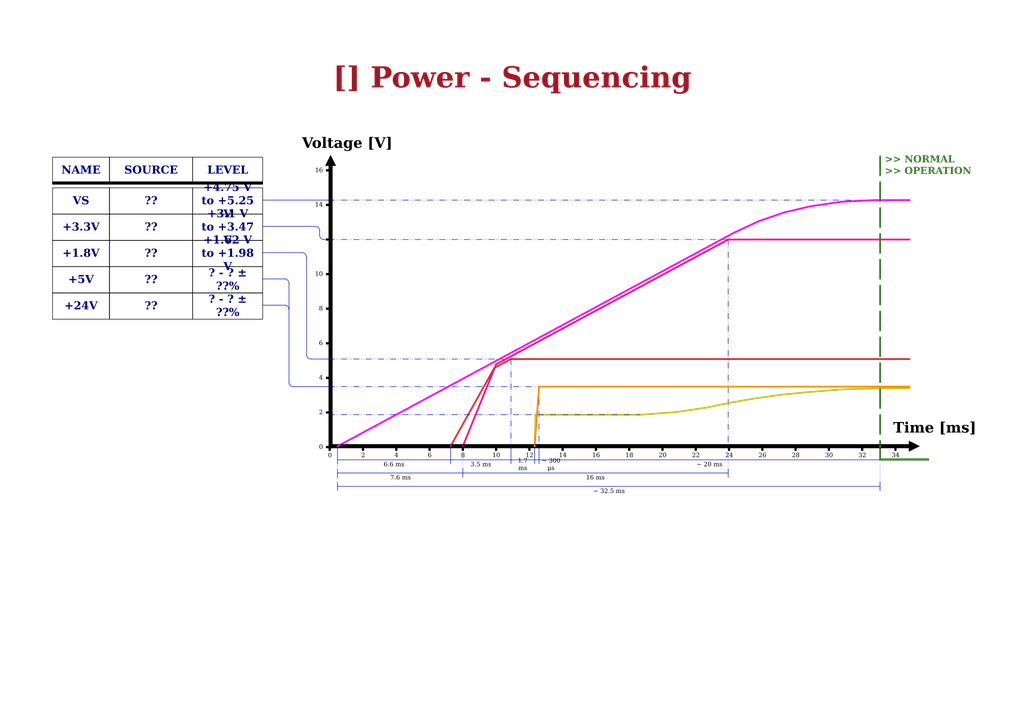
<source format=kicad_sch>
(kicad_sch
	(version 20250114)
	(generator "eeschema")
	(generator_version "9.0")
	(uuid "26e99a33-043b-499d-a26e-816ff79b487a")
	(paper "A4")
	(title_block
		(title "Power - Sequencing")
		(date "2025-01-12")
		(rev "${REVISION}")
		(company "${COMPANY}")
	)
	(lib_symbols)
	(rectangle
		(start 94.615 119.38)
		(end 96.139 119.888)
		(stroke
			(width 0)
			(type default)
			(color 0 0 0 1)
		)
		(fill
			(type color)
			(color 0 0 0 1)
		)
		(uuid 01c9fd1d-d2cd-474e-a2f2-7336d2eb5438)
	)
	(rectangle
		(start 114.681 129.159)
		(end 115.189 130.683)
		(stroke
			(width 0)
			(type default)
			(color 0 0 0 1)
		)
		(fill
			(type color)
			(color 0 0 0 1)
		)
		(uuid 085660ca-3a67-46bf-85b0-bb74abf891e3)
	)
	(rectangle
		(start 191.897 129.159)
		(end 192.405 130.683)
		(stroke
			(width 0)
			(type default)
			(color 0 0 0 1)
		)
		(fill
			(type color)
			(color 0 0 0 1)
		)
		(uuid 09774e91-f9d0-4db9-9e0f-815490f4898d)
	)
	(arc
		(start 82.55 80.897)
		(mid 83.4487 81.2689)
		(end 83.82 82.167)
		(stroke
			(width 0)
			(type default)
		)
		(fill
			(type none)
		)
		(uuid 0c0f9f41-f41f-4d24-90e5-831fa1470dea)
	)
	(rectangle
		(start 249.809 129.159)
		(end 250.317 130.683)
		(stroke
			(width 0)
			(type default)
			(color 0 0 0 1)
		)
		(fill
			(type color)
			(color 0 0 0 1)
		)
		(uuid 1c1e908e-05f8-44d9-8561-32d60503f5fa)
	)
	(rectangle
		(start 220.853 129.159)
		(end 221.361 130.683)
		(stroke
			(width 0)
			(type default)
			(color 0 0 0 1)
		)
		(fill
			(type color)
			(color 0 0 0 1)
		)
		(uuid 205e879f-c514-4b78-8bf1-d45ed4980894)
	)
	(rectangle
		(start 94.615 79.248)
		(end 96.139 79.756)
		(stroke
			(width 0)
			(type default)
			(color 0 0 0 1)
		)
		(fill
			(type color)
			(color 0 0 0 1)
		)
		(uuid 23111c0a-8311-4e0b-b6b5-bb05b9cd3eab)
	)
	(rectangle
		(start 201.549 129.159)
		(end 202.057 130.683)
		(stroke
			(width 0)
			(type default)
			(color 0 0 0 1)
		)
		(fill
			(type color)
			(color 0 0 0 1)
		)
		(uuid 3b7d974c-37a0-442f-9733-47c591f05f53)
	)
	(arc
		(start 91.44 65.659)
		(mid 92.338 66.031)
		(end 92.71 66.929)
		(stroke
			(width 0)
			(type default)
		)
		(fill
			(type none)
		)
		(uuid 3c5d6acd-d97b-4c05-80b5-9742f3e3b5f0)
	)
	(rectangle
		(start 95.377 129.159)
		(end 95.885 130.683)
		(stroke
			(width 0)
			(type default)
			(color 0 0 0 1)
		)
		(fill
			(type color)
			(color 0 0 0 1)
		)
		(uuid 3dd077b4-ca8f-47c2-bee1-2e3802083be7)
	)
	(rectangle
		(start 133.985 129.159)
		(end 134.493 130.683)
		(stroke
			(width 0)
			(type default)
			(color 0 0 0 1)
		)
		(fill
			(type color)
			(color 0 0 0 1)
		)
		(uuid 3e62ef00-0c8e-41fa-b2f3-08de867fa54f)
	)
	(rectangle
		(start 94.615 69.215)
		(end 96.139 69.723)
		(stroke
			(width 0)
			(type default)
			(color 0 0 0 1)
		)
		(fill
			(type color)
			(color 0 0 0 1)
		)
		(uuid 421293c6-3cf3-494b-b1c5-7fc458134e79)
	)
	(rectangle
		(start 15.24 52.705)
		(end 76.2 53.467)
		(stroke
			(width 0)
			(type default)
			(color 0 0 0 1)
		)
		(fill
			(type color)
			(color 0 0 0 1)
		)
		(uuid 42271fe1-5842-414e-a310-4925dcee0008)
	)
	(rectangle
		(start 94.615 89.281)
		(end 96.139 89.789)
		(stroke
			(width 0)
			(type default)
			(color 0 0 0 1)
		)
		(fill
			(type color)
			(color 0 0 0 1)
		)
		(uuid 469c46ff-b6e8-4790-b52f-1ed9a2bdd1f8)
	)
	(rectangle
		(start 162.941 129.159)
		(end 163.449 130.683)
		(stroke
			(width 0)
			(type default)
			(color 0 0 0 1)
		)
		(fill
			(type color)
			(color 0 0 0 1)
		)
		(uuid 56c4474d-0301-4408-974f-0518f1baa953)
	)
	(rectangle
		(start 143.637 129.159)
		(end 144.145 130.683)
		(stroke
			(width 0)
			(type default)
			(color 0 0 0 1)
		)
		(fill
			(type color)
			(color 0 0 0 1)
		)
		(uuid 5eee5b1a-6c26-4234-8466-170b3f779aa3)
	)
	(rectangle
		(start 95.377 128.905)
		(end 263.779 129.921)
		(stroke
			(width 0)
			(type default)
			(color 0 0 0 1)
		)
		(fill
			(type color)
			(color 0 0 0 1)
		)
		(uuid 6d8a1105-6737-4a0b-9f5f-040b945eed17)
	)
	(arc
		(start 90.17 104.141)
		(mid 89.2716 103.7691)
		(end 88.9 102.871)
		(stroke
			(width 0)
			(type default)
		)
		(fill
			(type none)
		)
		(uuid 7b2230f0-ce99-43e9-84a4-a791101d7b85)
	)
	(rectangle
		(start 94.615 99.314)
		(end 96.139 99.822)
		(stroke
			(width 0)
			(type default)
			(color 0 0 0 1)
		)
		(fill
			(type color)
			(color 0 0 0 1)
		)
		(uuid 7f8be5cb-90a9-46c5-97db-3d1d78b2f341)
	)
	(rectangle
		(start 94.615 109.347)
		(end 96.139 109.855)
		(stroke
			(width 0)
			(type default)
			(color 0 0 0 1)
		)
		(fill
			(type color)
			(color 0 0 0 1)
		)
		(uuid 7fdcc2de-fa58-4066-9ff8-f7d6046e1167)
	)
	(rectangle
		(start 259.461 129.159)
		(end 259.969 130.683)
		(stroke
			(width 0)
			(type default)
			(color 0 0 0 1)
		)
		(fill
			(type color)
			(color 0 0 0 1)
		)
		(uuid 842b39c1-4ee6-4238-8b46-e785731d06f1)
	)
	(rectangle
		(start 105.029 129.159)
		(end 105.537 130.683)
		(stroke
			(width 0)
			(type default)
			(color 0 0 0 1)
		)
		(fill
			(type color)
			(color 0 0 0 1)
		)
		(uuid 960a89ab-5167-4e3c-95c8-b3e891644096)
	)
	(rectangle
		(start 240.157 129.159)
		(end 240.665 130.683)
		(stroke
			(width 0)
			(type default)
			(color 0 0 0 1)
		)
		(fill
			(type color)
			(color 0 0 0 1)
		)
		(uuid 96e56ef9-debd-4418-8330-7dca10cdbbe7)
	)
	(rectangle
		(start 95.377 47.371)
		(end 96.393 129.921)
		(stroke
			(width 0)
			(type default)
			(color 0 0 0 1)
		)
		(fill
			(type color)
			(color 0 0 0 1)
		)
		(uuid 996b6b38-3a4b-457c-8281-2dd4304c7e91)
	)
	(arc
		(start 82.55 88.516)
		(mid 83.4491 88.8878)
		(end 83.82 89.786)
		(stroke
			(width 0)
			(type default)
		)
		(fill
			(type none)
		)
		(uuid 9ad9af7d-f870-4f4d-b863-a3cb88d12708)
	)
	(rectangle
		(start 211.201 129.159)
		(end 211.709 130.683)
		(stroke
			(width 0)
			(type default)
			(color 0 0 0 1)
		)
		(fill
			(type color)
			(color 0 0 0 1)
		)
		(uuid 9bd636ad-96b2-4037-90f6-ad48772c0413)
	)
	(rectangle
		(start 230.505 129.159)
		(end 231.013 130.683)
		(stroke
			(width 0)
			(type default)
			(color 0 0 0 1)
		)
		(fill
			(type color)
			(color 0 0 0 1)
		)
		(uuid ab3483ad-9beb-416f-a41c-b3b1b7dc1850)
	)
	(rectangle
		(start 94.615 49.149)
		(end 96.139 49.657)
		(stroke
			(width 0)
			(type default)
			(color 0 0 0 1)
		)
		(fill
			(type color)
			(color 0 0 0 1)
		)
		(uuid b0c9fcec-fe45-4575-885f-193ce09a72d8)
	)
	(rectangle
		(start 172.593 129.159)
		(end 173.101 130.683)
		(stroke
			(width 0)
			(type default)
			(color 0 0 0 1)
		)
		(fill
			(type color)
			(color 0 0 0 1)
		)
		(uuid bacf2a60-ebce-4900-a491-53d1d841d529)
	)
	(rectangle
		(start 124.333 129.159)
		(end 124.841 130.683)
		(stroke
			(width 0)
			(type default)
			(color 0 0 0 1)
		)
		(fill
			(type color)
			(color 0 0 0 1)
		)
		(uuid c0e4d47a-808d-44d6-ac4a-0f050619e78d)
	)
	(arc
		(start 93.98 69.47)
		(mid 93.0816 69.0981)
		(end 92.71 68.2)
		(stroke
			(width 0)
			(type default)
		)
		(fill
			(type none)
		)
		(uuid c23b0f3d-e1fb-4eb1-9484-38fb02d60c76)
	)
	(rectangle
		(start 255.27 133.0198)
		(end 269.367 133.5278)
		(stroke
			(width 0)
			(type default)
			(color 53 123 38 1)
		)
		(fill
			(type color)
			(color 53 123 38 1)
		)
		(uuid cd333f61-3a84-425e-9405-6c9441d11e74)
	)
	(arc
		(start 87.63 73.278)
		(mid 88.5284 73.6499)
		(end 88.9 74.548)
		(stroke
			(width 0)
			(type default)
		)
		(fill
			(type none)
		)
		(uuid d7c738e5-3058-4b9a-a958-4d502446d8e3)
	)
	(rectangle
		(start 94.615 59.182)
		(end 96.139 59.69)
		(stroke
			(width 0)
			(type default)
			(color 0 0 0 1)
		)
		(fill
			(type color)
			(color 0 0 0 1)
		)
		(uuid d880b30a-ae22-4b99-94cc-3cc9c533e8e9)
	)
	(rectangle
		(start 182.245 129.159)
		(end 182.753 130.683)
		(stroke
			(width 0)
			(type default)
			(color 0 0 0 1)
		)
		(fill
			(type color)
			(color 0 0 0 1)
		)
		(uuid f32b3655-beae-4c32-8ac8-4acf2e080e86)
	)
	(rectangle
		(start 153.289 129.159)
		(end 153.797 130.683)
		(stroke
			(width 0)
			(type default)
			(color 0 0 0 1)
		)
		(fill
			(type color)
			(color 0 0 0 1)
		)
		(uuid f8dd6608-6fed-4399-a2fa-9a4460646543)
	)
	(arc
		(start 85.09 112.144)
		(mid 84.1909 111.7722)
		(end 83.82 110.874)
		(stroke
			(width 0)
			(type default)
		)
		(fill
			(type none)
		)
		(uuid fa9c855a-c6c8-4a57-823f-c3bb6c2a3ab3)
	)
	(rectangle
		(start 94.615 129.413)
		(end 96.139 129.921)
		(stroke
			(width 0)
			(type default)
			(color 0 0 0 1)
		)
		(fill
			(type color)
			(color 0 0 0 1)
		)
		(uuid fbce5f74-e6dc-4caf-95b1-d2e389cbff45)
	)
	(text "Voltage [V]"
		(exclude_from_sim no)
		(at 87.6046 44.4246 0)
		(effects
			(font
				(face "Times New Roman")
				(size 3 3)
				(thickness 0.4)
				(bold yes)
				(color 0 0 0 1)
			)
			(justify left bottom)
		)
		(uuid "175b8f18-81ff-4b8b-bacc-429ebcefd377")
	)
	(text ">> NORMAL \n>> OPERATION"
		(exclude_from_sim no)
		(at 256.667 51.562 0)
		(effects
			(font
				(face "Times New Roman")
				(size 2 2)
				(thickness 0.4)
				(bold yes)
				(color 53 123 38 1)
			)
			(justify left bottom)
		)
		(uuid "b29326be-65a3-4fc5-9d14-850aa59ca2a1")
	)
	(text "Time [ms]"
		(exclude_from_sim no)
		(at 259.08 127 0)
		(effects
			(font
				(face "Times New Roman")
				(size 3 3)
				(thickness 0.4)
				(bold yes)
				(color 0 0 0 1)
			)
			(justify left bottom)
		)
		(uuid "be8ac8d4-7137-494d-bff2-23ac58b6a9ef")
	)
	(text_box "3.5 ms"
		(exclude_from_sim no)
		(at 130.6576 133.4516 0)
		(size 17.653 2.54)
		(margins 0.9524 0.9524 0.9524 0.9524)
		(stroke
			(width -0.0001)
			(type default)
		)
		(fill
			(type none)
		)
		(effects
			(font
				(face "Times New Roman")
				(size 1.27 1.27)
				(color 0 0 0 1)
			)
		)
		(uuid "057279ac-9604-4990-8e26-7bec51ceaf06")
	)
	(text_box "18"
		(exclude_from_sim no)
		(at 180.8226 130.7846 0)
		(size 3.429 2.54)
		(margins 0.9524 0.9524 0.9524 0.9524)
		(stroke
			(width -0.0001)
			(type default)
		)
		(fill
			(type none)
		)
		(effects
			(font
				(face "Times New Roman")
				(size 1.27 1.27)
				(color 0 0 0 1)
			)
		)
		(uuid "08241509-e60b-45e1-b1ab-84f794ba668b")
	)
	(text_box "24"
		(exclude_from_sim no)
		(at 209.7786 130.7846 0)
		(size 3.429 2.54)
		(margins 0.9524 0.9524 0.9524 0.9524)
		(stroke
			(width -0.0001)
			(type default)
		)
		(fill
			(type none)
		)
		(effects
			(font
				(face "Times New Roman")
				(size 1.27 1.27)
				(color 0 0 0 1)
			)
		)
		(uuid "09ad8a29-0526-43a2-bbd5-b6f200d8097b")
	)
	(text_box "8"
		(exclude_from_sim no)
		(at 132.5626 130.7846 0)
		(size 3.429 2.54)
		(margins 0.9524 0.9524 0.9524 0.9524)
		(stroke
			(width -0.0001)
			(type default)
		)
		(fill
			(type none)
		)
		(effects
			(font
				(face "Times New Roman")
				(size 1.27 1.27)
				(color 0 0 0 1)
			)
		)
		(uuid "0de4d20a-cc42-420d-81c0-b6c33e089acb")
	)
	(text_box "7.6 ms"
		(exclude_from_sim no)
		(at 98.0186 137.2616 0)
		(size 36.322 2.54)
		(margins 0.9524 0.9524 0.9524 0.9524)
		(stroke
			(width -0.0001)
			(type default)
		)
		(fill
			(type none)
		)
		(effects
			(font
				(face "Times New Roman")
				(size 1.27 1.27)
				(color 0 0 0 1)
			)
		)
		(uuid "1013f434-6a63-4228-8d39-5e75ca888b6f")
	)
	(text_box "? - ? ± ??%"
		(exclude_from_sim no)
		(at 55.88 84.963 0)
		(size 20.32 7.62)
		(margins 1.7145 1.7145 1.7145 1.7145)
		(stroke
			(width 0)
			(type default)
			(color 0 0 0 1)
		)
		(fill
			(type none)
		)
		(effects
			(font
				(face "Times New Roman")
				(size 2.286 2.286)
				(bold yes)
				(color 0 0 127 1)
			)
		)
		(uuid "168bea25-5ecd-4637-ad4e-9c2d6a44d991")
	)
	(text_box "16"
		(exclude_from_sim no)
		(at 87.757 48.133 0)
		(size 6.858 2.54)
		(margins 0.9524 0.9524 0.9524 0.9524)
		(stroke
			(width -0.0001)
			(type default)
		)
		(fill
			(type none)
		)
		(effects
			(font
				(face "Times New Roman")
				(size 1.27 1.27)
				(color 0 0 0 1)
			)
			(justify right)
		)
		(uuid "1acc95ba-1aa1-4082-b81d-95c58a7a5af8")
	)
	(text_box "28"
		(exclude_from_sim no)
		(at 229.0826 130.7846 0)
		(size 3.429 2.54)
		(margins 0.9524 0.9524 0.9524 0.9524)
		(stroke
			(width -0.0001)
			(type default)
		)
		(fill
			(type none)
		)
		(effects
			(font
				(face "Times New Roman")
				(size 1.27 1.27)
				(color 0 0 0 1)
			)
		)
		(uuid "1b5838a0-a4ae-4fb3-ae92-0f87f906c2fd")
	)
	(text_box "~ 300 μs"
		(exclude_from_sim no)
		(at 154.9146 133.4516 0)
		(size 9.779 2.54)
		(margins 0.9524 0.9524 0.9524 0.9524)
		(stroke
			(width -0.0001)
			(type default)
		)
		(fill
			(type none)
		)
		(effects
			(font
				(face "Times New Roman")
				(size 1.27 1.27)
				(color 0 0 0 1)
			)
		)
		(uuid "20bbe4a3-b3be-4f55-b2bf-0186c6f41602")
	)
	(text_box "10"
		(exclude_from_sim no)
		(at 142.2146 130.7846 0)
		(size 3.429 2.54)
		(margins 0.9524 0.9524 0.9524 0.9524)
		(stroke
			(width -0.0001)
			(type default)
		)
		(fill
			(type none)
		)
		(effects
			(font
				(face "Times New Roman")
				(size 1.27 1.27)
				(color 0 0 0 1)
			)
		)
		(uuid "233b215e-473b-40c1-8a9f-d71a58a647c1")
	)
	(text_box "1.7 ms"
		(exclude_from_sim no)
		(at 148.1836 133.4516 0)
		(size 6.858 2.54)
		(margins 0.9524 0.9524 0.9524 0.9524)
		(stroke
			(width -0.0001)
			(type default)
		)
		(fill
			(type none)
		)
		(effects
			(font
				(face "Times New Roman")
				(size 1.27 1.27)
				(color 0 0 0 1)
			)
		)
		(uuid "26c95559-cfb5-4481-9360-985eb89e9388")
	)
	(text_box "16 ms"
		(exclude_from_sim no)
		(at 134.2136 137.2616 0)
		(size 76.962 2.54)
		(margins 0.9524 0.9524 0.9524 0.9524)
		(stroke
			(width -0.0001)
			(type default)
		)
		(fill
			(type none)
		)
		(effects
			(font
				(face "Times New Roman")
				(size 1.27 1.27)
				(color 0 0 0 1)
			)
		)
		(uuid "288b5377-4e86-405e-bd20-a9e364c04dba")
	)
	(text_box "+3.3V"
		(exclude_from_sim no)
		(at 15.24 62.103 0)
		(size 16.51 7.62)
		(margins 1.7145 1.7145 1.7145 1.7145)
		(stroke
			(width 0)
			(type solid)
			(color 0 0 0 1)
		)
		(fill
			(type none)
		)
		(effects
			(font
				(face "Times New Roman")
				(size 2.286 2.286)
				(bold yes)
				(color 0 0 127 1)
			)
		)
		(uuid "2d5ddbed-d046-46bd-afde-e8972921e7be")
	)
	(text_box "20"
		(exclude_from_sim no)
		(at 190.4746 130.7846 0)
		(size 3.429 2.54)
		(margins 0.9524 0.9524 0.9524 0.9524)
		(stroke
			(width -0.0001)
			(type default)
		)
		(fill
			(type none)
		)
		(effects
			(font
				(face "Times New Roman")
				(size 1.27 1.27)
				(color 0 0 0 1)
			)
		)
		(uuid "2e2baf2b-607e-438c-8d19-d89e05695d71")
	)
	(text_box "4"
		(exclude_from_sim no)
		(at 87.7316 108.3056 0)
		(size 6.858 2.54)
		(margins 0.9524 0.9524 0.9524 0.9524)
		(stroke
			(width -0.0001)
			(type default)
		)
		(fill
			(type none)
		)
		(effects
			(font
				(face "Times New Roman")
				(size 1.27 1.27)
				(color 0 0 0 1)
			)
			(justify right)
		)
		(uuid "3010b19b-c99d-4b77-bf14-7f71b9f36a3e")
	)
	(text_box "??"
		(exclude_from_sim no)
		(at 31.75 84.963 0)
		(size 24.13 7.62)
		(margins 1.7145 1.7145 1.7145 1.7145)
		(stroke
			(width 0)
			(type default)
			(color 0 0 0 1)
		)
		(fill
			(type none)
		)
		(effects
			(font
				(face "Times New Roman")
				(size 2.286 2.286)
				(bold yes)
				(color 0 0 127 1)
			)
		)
		(uuid "34a00741-5aa3-425e-8d2f-36fe2780fcc3")
	)
	(text_box "??"
		(exclude_from_sim no)
		(at 31.75 62.103 0)
		(size 24.13 7.62)
		(margins 1.7145 1.7145 1.7145 1.7145)
		(stroke
			(width 0)
			(type default)
			(color 0 0 0 1)
		)
		(fill
			(type none)
		)
		(effects
			(font
				(face "Times New Roman")
				(size 2.286 2.286)
				(bold yes)
				(color 0 0 127 1)
			)
		)
		(uuid "362b01b6-9828-4b98-a400-4a3f9ece633a")
	)
	(text_box "32"
		(exclude_from_sim no)
		(at 248.3866 130.7846 0)
		(size 3.429 2.54)
		(margins 0.9524 0.9524 0.9524 0.9524)
		(stroke
			(width -0.0001)
			(type default)
		)
		(fill
			(type none)
		)
		(effects
			(font
				(face "Times New Roman")
				(size 1.27 1.27)
				(color 0 0 0 1)
			)
		)
		(uuid "3ab2035b-94f9-4133-b63d-2dbd7b4e6e49")
	)
	(text_box "LEVEL"
		(exclude_from_sim no)
		(at 55.88 45.593 0)
		(size 20.32 7.62)
		(margins 1.7145 1.7145 1.7145 1.7145)
		(stroke
			(width 0)
			(type default)
			(color 0 0 0 1)
		)
		(fill
			(type none)
		)
		(effects
			(font
				(face "Times New Roman")
				(size 2.286 2.286)
				(bold yes)
				(color 0 0 127 1)
			)
		)
		(uuid "3cd39124-5460-432f-a6e2-6e3d0cfdc884")
	)
	(text_box "NAME"
		(exclude_from_sim no)
		(at 15.24 45.593 0)
		(size 16.51 7.62)
		(margins 1.7145 1.7145 1.7145 1.7145)
		(stroke
			(width 0)
			(type default)
			(color 0 0 0 1)
		)
		(fill
			(type none)
		)
		(effects
			(font
				(face "Times New Roman")
				(size 2.286 2.286)
				(bold yes)
				(color 0 0 127 1)
			)
		)
		(uuid "45440644-b7a1-4eca-8e5e-a9c7c9e4e343")
	)
	(text_box "6"
		(exclude_from_sim no)
		(at 122.9106 130.7846 0)
		(size 3.429 2.54)
		(margins 0.9524 0.9524 0.9524 0.9524)
		(stroke
			(width -0.0001)
			(type default)
		)
		(fill
			(type none)
		)
		(effects
			(font
				(face "Times New Roman")
				(size 1.27 1.27)
				(color 0 0 0 1)
			)
		)
		(uuid "52a74200-5717-4af9-b5e4-1d404429f3c6")
	)
	(text_box "+5V"
		(exclude_from_sim no)
		(at 15.24 77.343 0)
		(size 16.51 7.62)
		(margins 1.7145 1.7145 1.7145 1.7145)
		(stroke
			(width 0)
			(type solid)
			(color 0 0 0 1)
		)
		(fill
			(type none)
		)
		(effects
			(font
				(face "Times New Roman")
				(size 2.286 2.286)
				(bold yes)
				(color 0 0 127 1)
			)
		)
		(uuid "534d6816-56cd-46a1-b732-3f07b130a1e6")
	)
	(text_box "~ 20 ms"
		(exclude_from_sim no)
		(at 156.3116 133.4516 0)
		(size 98.933 2.54)
		(margins 0.9524 0.9524 0.9524 0.9524)
		(stroke
			(width -0.0001)
			(type default)
		)
		(fill
			(type none)
		)
		(effects
			(font
				(face "Times New Roman")
				(size 1.27 1.27)
				(color 0 0 0 1)
			)
		)
		(uuid "53d1cf93-77bb-4e07-8e05-b99e1e701b70")
	)
	(text_box "SOURCE"
		(exclude_from_sim no)
		(at 31.75 45.593 0)
		(size 24.13 7.62)
		(margins 1.7145 1.7145 1.7145 1.7145)
		(stroke
			(width 0)
			(type default)
			(color 0 0 0 1)
		)
		(fill
			(type none)
		)
		(effects
			(font
				(face "Times New Roman")
				(size 2.286 2.286)
				(bold yes)
				(color 0 0 127 1)
			)
		)
		(uuid "5615c045-76fe-436f-b1ee-f5af0d2c63c0")
	)
	(text_box "4"
		(exclude_from_sim no)
		(at 113.2586 130.7846 0)
		(size 3.429 2.54)
		(margins 0.9524 0.9524 0.9524 0.9524)
		(stroke
			(width -0.0001)
			(type default)
		)
		(fill
			(type none)
		)
		(effects
			(font
				(face "Times New Roman")
				(size 1.27 1.27)
				(color 0 0 0 1)
			)
		)
		(uuid "5caf4e82-2927-400a-acd0-821d25796651")
	)
	(text_box "8"
		(exclude_from_sim no)
		(at 87.7316 88.2396 0)
		(size 6.858 2.54)
		(margins 0.9524 0.9524 0.9524 0.9524)
		(stroke
			(width -0.0001)
			(type default)
		)
		(fill
			(type none)
		)
		(effects
			(font
				(face "Times New Roman")
				(size 1.27 1.27)
				(color 0 0 0 1)
			)
			(justify right)
		)
		(uuid "6505df1b-9fde-4bbe-a672-be1b9857afa1")
	)
	(text_box "26"
		(exclude_from_sim no)
		(at 219.4306 130.7846 0)
		(size 3.429 2.54)
		(margins 0.9524 0.9524 0.9524 0.9524)
		(stroke
			(width -0.0001)
			(type default)
		)
		(fill
			(type none)
		)
		(effects
			(font
				(face "Times New Roman")
				(size 1.27 1.27)
				(color 0 0 0 1)
			)
		)
		(uuid "66adcae9-49e5-4fb7-a5be-2d5aa2aa227e")
	)
	(text_box "2"
		(exclude_from_sim no)
		(at 103.6066 130.7846 0)
		(size 3.429 2.54)
		(margins 0.9524 0.9524 0.9524 0.9524)
		(stroke
			(width -0.0001)
			(type default)
		)
		(fill
			(type none)
		)
		(effects
			(font
				(face "Times New Roman")
				(size 1.27 1.27)
				(color 0 0 0 1)
			)
		)
		(uuid "67b43e82-5cc6-4c5f-857a-bae126f94920")
	)
	(text_box "▲"
		(exclude_from_sim no)
		(at 94.615 45.085 0)
		(size 2.54 2.54)
		(margins 2.2499 2.2499 2.2499 2.2499)
		(stroke
			(width -0.0001)
			(type default)
		)
		(fill
			(type none)
		)
		(effects
			(font
				(face "Times New Roman")
				(size 3 3)
				(color 0 0 0 1)
			)
		)
		(uuid "69d7b4c2-c118-4b95-bd3b-473104ff316a")
	)
	(text_box "+1.8V"
		(exclude_from_sim no)
		(at 15.24 69.723 0)
		(size 16.51 7.62)
		(margins 1.7145 1.7145 1.7145 1.7145)
		(stroke
			(width 0)
			(type solid)
			(color 0 0 0 1)
		)
		(fill
			(type none)
		)
		(effects
			(font
				(face "Times New Roman")
				(size 2.286 2.286)
				(bold yes)
				(color 0 0 127 1)
			)
		)
		(uuid "7c5e60ac-aa6c-44e8-8493-c0a9e5ff3009")
	)
	(text_box "14"
		(exclude_from_sim no)
		(at 161.5186 130.7846 0)
		(size 3.429 2.54)
		(margins 0.9524 0.9524 0.9524 0.9524)
		(stroke
			(width -0.0001)
			(type default)
		)
		(fill
			(type none)
		)
		(effects
			(font
				(face "Times New Roman")
				(size 1.27 1.27)
				(color 0 0 0 1)
			)
		)
		(uuid "7df7bfab-9129-461d-bdb7-48b4c71332fd")
	)
	(text_box "14"
		(exclude_from_sim no)
		(at 87.7316 58.1406 0)
		(size 6.858 2.54)
		(margins 0.9524 0.9524 0.9524 0.9524)
		(stroke
			(width -0.0001)
			(type default)
		)
		(fill
			(type none)
		)
		(effects
			(font
				(face "Times New Roman")
				(size 1.27 1.27)
				(color 0 0 0 1)
			)
			(justify right)
		)
		(uuid "7e86fc43-dc59-4681-818f-cb7ab0a72f3e")
	)
	(text_box "22"
		(exclude_from_sim no)
		(at 200.1266 130.7846 0)
		(size 3.429 2.54)
		(margins 0.9524 0.9524 0.9524 0.9524)
		(stroke
			(width -0.0001)
			(type default)
		)
		(fill
			(type none)
		)
		(effects
			(font
				(face "Times New Roman")
				(size 1.27 1.27)
				(color 0 0 0 1)
			)
		)
		(uuid "7f3e65a9-aab7-4e42-9498-fca7b427e5fc")
	)
	(text_box "[${#}] ${TITLE}"
		(exclude_from_sim no)
		(at 80.01 16.51 0)
		(size 137.16 12.7)
		(margins 4.4999 4.4999 4.4999 4.4999)
		(stroke
			(width -0.0001)
			(type default)
		)
		(fill
			(type none)
		)
		(effects
			(font
				(face "Times New Roman")
				(size 6 6)
				(thickness 1.2)
				(bold yes)
				(color 162 22 34 1)
			)
		)
		(uuid "80f76b8d-52cb-49fe-9647-9cd8137cf5f3")
	)
	(text_box "??"
		(exclude_from_sim no)
		(at 31.75 77.343 0)
		(size 24.13 7.62)
		(margins 1.7145 1.7145 1.7145 1.7145)
		(stroke
			(width 0)
			(type default)
			(color 0 0 0 1)
		)
		(fill
			(type none)
		)
		(effects
			(font
				(face "Times New Roman")
				(size 2.286 2.286)
				(bold yes)
				(color 0 0 127 1)
			)
		)
		(uuid "8966b19a-d616-412b-9b47-a52574bb7ce5")
	)
	(text_box "2"
		(exclude_from_sim no)
		(at 87.7316 118.3386 0)
		(size 6.858 2.54)
		(margins 0.9524 0.9524 0.9524 0.9524)
		(stroke
			(width -0.0001)
			(type default)
		)
		(fill
			(type none)
		)
		(effects
			(font
				(face "Times New Roman")
				(size 1.27 1.27)
				(color 0 0 0 1)
			)
			(justify right)
		)
		(uuid "8a474ee7-94fa-4ccc-b38a-f2fbfc4e735c")
	)
	(text_box "34"
		(exclude_from_sim no)
		(at 258.0386 130.7846 0)
		(size 3.429 2.54)
		(margins 0.9524 0.9524 0.9524 0.9524)
		(stroke
			(width -0.0001)
			(type default)
		)
		(fill
			(type none)
		)
		(effects
			(font
				(face "Times New Roman")
				(size 1.27 1.27)
				(color 0 0 0 1)
			)
		)
		(uuid "8dcf82bc-98be-4b97-af1b-f866a586ff9f")
	)
	(text_box "12"
		(exclude_from_sim no)
		(at 151.8666 130.7846 0)
		(size 3.429 2.54)
		(margins 0.9524 0.9524 0.9524 0.9524)
		(stroke
			(width -0.0001)
			(type default)
		)
		(fill
			(type none)
		)
		(effects
			(font
				(face "Times New Roman")
				(size 1.27 1.27)
				(color 0 0 0 1)
			)
		)
		(uuid "9334e207-a5ef-405d-9255-7532e4d805ec")
	)
	(text_box "??"
		(exclude_from_sim no)
		(at 31.75 69.723 0)
		(size 24.13 7.62)
		(margins 1.7145 1.7145 1.7145 1.7145)
		(stroke
			(width 0)
			(type default)
			(color 0 0 0 1)
		)
		(fill
			(type none)
		)
		(effects
			(font
				(face "Times New Roman")
				(size 2.286 2.286)
				(bold yes)
				(color 0 0 127 1)
			)
		)
		(uuid "96162dac-db58-49af-bc56-c797681d3382")
	)
	(text_box "0"
		(exclude_from_sim no)
		(at 93.98 130.81 0)
		(size 3.429 2.54)
		(margins 0.9524 0.9524 0.9524 0.9524)
		(stroke
			(width -0.0001)
			(type default)
		)
		(fill
			(type none)
		)
		(effects
			(font
				(face "Times New Roman")
				(size 1.27 1.27)
				(color 0 0 0 1)
			)
		)
		(uuid "9dba9cf1-c429-45db-bb2a-868858aa5986")
	)
	(text_box "??"
		(exclude_from_sim no)
		(at 31.75 54.483 0)
		(size 24.13 7.62)
		(margins 1.7145 1.7145 1.7145 1.7145)
		(stroke
			(width 0)
			(type default)
			(color 0 0 0 1)
		)
		(fill
			(type none)
		)
		(effects
			(font
				(face "Times New Roman")
				(size 2.286 2.286)
				(bold yes)
				(color 0 0 127 1)
			)
		)
		(uuid "a5a86ae4-3ea7-4429-8374-6853dbf3865c")
	)
	(text_box "+1.62 V to +1.98 V"
		(exclude_from_sim no)
		(at 55.88 69.723 0)
		(size 20.32 7.62)
		(margins 1.7145 1.7145 1.7145 1.7145)
		(stroke
			(width 0)
			(type solid)
			(color 0 0 0 1)
		)
		(fill
			(type none)
		)
		(effects
			(font
				(face "Times New Roman")
				(size 2.286 2.286)
				(bold yes)
				(color 0 0 127 1)
			)
		)
		(uuid "aaf3a0b7-a131-4476-bccc-dd7373144909")
	)
	(text_box "? - ? ± ??%"
		(exclude_from_sim no)
		(at 55.88 77.343 0)
		(size 20.32 7.62)
		(margins 1.7145 1.7145 1.7145 1.7145)
		(stroke
			(width 0)
			(type default)
			(color 0 0 0 1)
		)
		(fill
			(type none)
		)
		(effects
			(font
				(face "Times New Roman")
				(size 2.286 2.286)
				(bold yes)
				(color 0 0 127 1)
			)
		)
		(uuid "ad3a5f07-5d67-4bdd-85a5-3e529605405c")
	)
	(text_box "+24V"
		(exclude_from_sim no)
		(at 15.24 84.963 0)
		(size 16.51 7.62)
		(margins 1.7145 1.7145 1.7145 1.7145)
		(stroke
			(width 0)
			(type solid)
			(color 0 0 0 1)
		)
		(fill
			(type none)
		)
		(effects
			(font
				(face "Times New Roman")
				(size 2.286 2.286)
				(bold yes)
				(color 0 0 127 1)
			)
		)
		(uuid "b149cc82-24c2-4523-8290-e7d9f9f6c81a")
	)
	(text_box "VS"
		(exclude_from_sim no)
		(at 15.24 54.483 0)
		(size 16.51 7.62)
		(margins 1.7145 1.7145 1.7145 1.7145)
		(stroke
			(width 0)
			(type solid)
			(color 0 0 0 1)
		)
		(fill
			(type none)
		)
		(effects
			(font
				(face "Times New Roman")
				(size 2.286 2.286)
				(bold yes)
				(color 0 0 127 1)
			)
		)
		(uuid "b711fedc-ef03-4d2a-8b96-b7d593e5186d")
	)
	(text_box "6"
		(exclude_from_sim no)
		(at 87.7316 98.2726 0)
		(size 6.858 2.54)
		(margins 0.9524 0.9524 0.9524 0.9524)
		(stroke
			(width -0.0001)
			(type default)
		)
		(fill
			(type none)
		)
		(effects
			(font
				(face "Times New Roman")
				(size 1.27 1.27)
				(color 0 0 0 1)
			)
			(justify right)
		)
		(uuid "bce17a48-7e59-488b-9a33-1522b6d97175")
	)
	(text_box "6.6 ms"
		(exclude_from_sim no)
		(at 97.8916 133.4516 0)
		(size 32.766 2.54)
		(margins 0.9524 0.9524 0.9524 0.9524)
		(stroke
			(width -0.0001)
			(type default)
		)
		(fill
			(type none)
		)
		(effects
			(font
				(face "Times New Roman")
				(size 1.27 1.27)
				(color 0 0 0 1)
			)
		)
		(uuid "c588afea-31c7-4b80-a042-17fbbb6af658")
	)
	(text_box "0"
		(exclude_from_sim no)
		(at 87.757 128.397 0)
		(size 6.858 2.54)
		(margins 0.9524 0.9524 0.9524 0.9524)
		(stroke
			(width -0.0001)
			(type default)
		)
		(fill
			(type none)
		)
		(effects
			(font
				(face "Times New Roman")
				(size 1.27 1.27)
				(color 0 0 0 1)
			)
			(justify right)
		)
		(uuid "c5d537af-47e9-4471-8118-803a7ac0d798")
	)
	(text_box "16"
		(exclude_from_sim no)
		(at 171.1706 130.7846 0)
		(size 3.429 2.54)
		(margins 0.9524 0.9524 0.9524 0.9524)
		(stroke
			(width -0.0001)
			(type default)
		)
		(fill
			(type none)
		)
		(effects
			(font
				(face "Times New Roman")
				(size 1.27 1.27)
				(color 0 0 0 1)
			)
		)
		(uuid "d806bfa1-61ae-489a-a3e3-75683404cfdf")
	)
	(text_box "10"
		(exclude_from_sim no)
		(at 87.7316 78.2066 0)
		(size 6.858 2.54)
		(margins 0.9524 0.9524 0.9524 0.9524)
		(stroke
			(width -0.0001)
			(type default)
		)
		(fill
			(type none)
		)
		(effects
			(font
				(face "Times New Roman")
				(size 1.27 1.27)
				(color 0 0 0 1)
			)
			(justify right)
		)
		(uuid "d9f2b1e6-6de7-412a-a713-034e966e807b")
	)
	(text_box "~ 32.5 ms"
		(exclude_from_sim no)
		(at 97.8916 141.1986 0)
		(size 157.48 2.54)
		(margins 0.9524 0.9524 0.9524 0.9524)
		(stroke
			(width -0.0001)
			(type default)
		)
		(fill
			(type none)
		)
		(effects
			(font
				(face "Times New Roman")
				(size 1.27 1.27)
				(color 0 0 0 1)
			)
		)
		(uuid "de143e59-1a42-4ff5-b077-1a340a241706")
	)
	(text_box "+3.1 V to +3.47 V"
		(exclude_from_sim no)
		(at 55.88 62.103 0)
		(size 20.32 7.62)
		(margins 1.7145 1.7145 1.7145 1.7145)
		(stroke
			(width 0)
			(type solid)
			(color 0 0 0 1)
		)
		(fill
			(type none)
		)
		(effects
			(font
				(face "Times New Roman")
				(size 2.286 2.286)
				(bold yes)
				(color 0 0 127 1)
			)
		)
		(uuid "ec9210d4-6e0f-4762-a0b5-d02955ee194f")
	)
	(text_box "▼"
		(exclude_from_sim no)
		(at 263.779 128.143 90)
		(size 2.54 2.54)
		(margins 2.2499 2.2499 2.2499 2.2499)
		(stroke
			(width -0.0001)
			(type default)
		)
		(fill
			(type none)
		)
		(effects
			(font
				(face "Times New Roman")
				(size 3 3)
				(color 0 0 0 1)
			)
		)
		(uuid "f0832906-c8ce-4838-9631-bdf5b87a8ba3")
	)
	(text_box "30"
		(exclude_from_sim no)
		(at 238.7346 130.7846 0)
		(size 3.429 2.54)
		(margins 0.9524 0.9524 0.9524 0.9524)
		(stroke
			(width -0.0001)
			(type default)
		)
		(fill
			(type none)
		)
		(effects
			(font
				(face "Times New Roman")
				(size 1.27 1.27)
				(color 0 0 0 1)
			)
		)
		(uuid "f741b4d6-7a0b-439e-b8a6-601ff596837c")
	)
	(text_box "+4.75 V to +5.25 V"
		(exclude_from_sim no)
		(at 55.88 54.483 0)
		(size 20.32 7.62)
		(margins 1.7145 1.7145 1.7145 1.7145)
		(stroke
			(width 0)
			(type solid)
			(color 0 0 0 1)
		)
		(fill
			(type none)
		)
		(effects
			(font
				(face "Times New Roman")
				(size 2.286 2.286)
				(bold yes)
				(color 0 0 127 1)
			)
		)
		(uuid "fd7c37db-37b1-4de2-af4f-510edac4065f")
	)
	(polyline
		(pts
			(xy 155.067 129.413) (xy 156.337 112.141)
		)
		(stroke
			(width 0.5)
			(type default)
			(color 252 134 0 1)
		)
		(uuid "04060073-e3f7-4746-a0ff-3e5a4d411deb")
	)
	(polyline
		(pts
			(xy 134.239 130.048) (xy 134.239 135.9154)
		)
		(stroke
			(width 0)
			(type dot)
		)
		(uuid "046cc92e-5593-4a98-a7fa-f4bb7914ed0d")
	)
	(polyline
		(pts
			(xy 97.9424 133.3754) (xy 130.683 133.3754)
		)
		(stroke
			(width 0)
			(type default)
		)
		(uuid "04dcb800-6295-4fe9-a90b-0487be7268f9")
	)
	(polyline
		(pts
			(xy 97.8916 134.5946) (xy 97.8916 135.8646)
		)
		(stroke
			(width 0)
			(type dot)
		)
		(uuid "064a21e4-52a8-4681-8aa8-5954e753f93b")
	)
	(polyline
		(pts
			(xy 156.337 112.141) (xy 263.779 112.141)
		)
		(stroke
			(width 0.5)
			(type default)
			(color 252 134 0 1)
		)
		(uuid "0cbd4671-7c23-4c0d-a5d5-a92bdb9a4d49")
	)
	(polyline
		(pts
			(xy 95.377 120.269) (xy 185.674 120.269)
		)
		(stroke
			(width 0)
			(type dash_dot_dot)
		)
		(uuid "15d7f7a6-f4cb-4960-8d35-e1c8fc617471")
	)
	(polyline
		(pts
			(xy 148.209 129.413) (xy 148.209 134.493)
		)
		(stroke
			(width 0)
			(type default)
		)
		(uuid "16b1635d-d94b-404c-9ba2-39136e8869cb")
	)
	(polyline
		(pts
			(xy 92.71 66.929) (xy 92.71 68.199)
		)
		(stroke
			(width 0)
			(type default)
		)
		(uuid "18958601-6dec-4ba5-a1a5-a7514534cbda")
	)
	(polyline
		(pts
			(xy 148.209 104.14) (xy 263.779 104.14)
		)
		(stroke
			(width 0.5)
			(type default)
			(color 218 36 44 1)
		)
		(uuid "1bc3e0b2-f1bd-4c65-9de9-401f09dad51c")
	)
	(polyline
		(pts
			(xy 220.091 64.135) (xy 227.457 61.595)
		)
		(stroke
			(width 0.5)
			(type default)
			(color 255 0 255 1)
		)
		(uuid "1cd97e7c-801d-419a-a510-43b5a762b207")
	)
	(polyline
		(pts
			(xy 82.55 88.519) (xy 76.2 88.519)
		)
		(stroke
			(width 0)
			(type default)
		)
		(uuid "1ed88917-e6ee-4df6-9216-8c2e0da78129")
	)
	(polyline
		(pts
			(xy 95.377 112.141) (xy 249.809 112.141)
		)
		(stroke
			(width 0)
			(type dash_dot_dot)
		)
		(uuid "1ff6572d-143c-4238-8f25-067e720bbbbf")
	)
	(polyline
		(pts
			(xy 93.98 69.469) (xy 95.377 69.469)
		)
		(stroke
			(width 0)
			(type default)
		)
		(uuid "29e09398-a3a9-4f57-bfdd-38d07564c58a")
	)
	(polyline
		(pts
			(xy 95.885 112.141) (xy 85.09 112.141)
		)
		(stroke
			(width 0)
			(type default)
		)
		(uuid "32a96fb3-77e5-46f5-a25a-4e98102aa427")
	)
	(polyline
		(pts
			(xy 255.143 112.649) (xy 263.779 112.649)
		)
		(stroke
			(width 0.5)
			(type default)
			(color 197 195 20 1)
		)
		(uuid "3a3d00c3-56ec-4d8a-a7d9-0397fa3a3e45")
	)
	(polyline
		(pts
			(xy 143.891 105.664) (xy 211.201 69.469)
		)
		(stroke
			(width 0.5)
			(type solid)
			(color 255 0 133 1)
		)
		(uuid "3d857eb2-5f91-48c0-9112-8afff14dfc65")
	)
	(polyline
		(pts
			(xy 204.851 118.237) (xy 212.217 116.713)
		)
		(stroke
			(width 0.5)
			(type default)
			(color 197 195 20 1)
		)
		(uuid "402e934a-8d83-49e6-8a3f-99b8ca899696")
	)
	(polyline
		(pts
			(xy 196.215 119.507) (xy 204.851 118.237)
		)
		(stroke
			(width 0.5)
			(type default)
			(color 197 195 20 1)
		)
		(uuid "4280c61a-45c8-4a7b-8270-a5d60633d130")
	)
	(polyline
		(pts
			(xy 95.377 58.039) (xy 76.2 58.039)
		)
		(stroke
			(width 0)
			(type default)
		)
		(uuid "4388f8f9-e0d2-46b2-97ec-882929091d71")
	)
	(polyline
		(pts
			(xy 211.201 69.469) (xy 263.779 69.469)
		)
		(stroke
			(width 0.5)
			(type solid)
			(color 255 0 133 1)
		)
		(uuid "44eaf96d-5e45-4a70-a3bf-1dd8afa456ac")
	)
	(polyline
		(pts
			(xy 134.239 129.413) (xy 143.891 105.664)
		)
		(stroke
			(width 0.5)
			(type solid)
			(color 255 0 133 1)
		)
		(uuid "4eef8a3c-2175-45b3-ab23-de0f873ffbfe")
	)
	(polyline
		(pts
			(xy 97.917 137.1854) (xy 134.239 137.1854)
		)
		(stroke
			(width 0)
			(type default)
		)
		(uuid "4f57c6b4-b978-45ec-9844-c8ad9e61aa5d")
	)
	(polyline
		(pts
			(xy 97.8916 135.9916) (xy 97.8916 138.5316)
		)
		(stroke
			(width 0)
			(type default)
		)
		(uuid "55a4f36a-a576-4c2f-b3c7-44cf763ad263")
	)
	(polyline
		(pts
			(xy 130.683 129.413) (xy 130.683 134.493)
		)
		(stroke
			(width 0)
			(type default)
		)
		(uuid "59f6b2a0-7e51-4de0-b4fd-7157bff9feb1")
	)
	(polyline
		(pts
			(xy 156.337 112.141) (xy 156.337 129.54)
		)
		(stroke
			(width 0)
			(type dash_dot_dot)
		)
		(uuid "64127ee9-5aac-46d5-8312-47d575f0bc14")
	)
	(polyline
		(pts
			(xy 134.239 137.1854) (xy 211.201 137.1854)
		)
		(stroke
			(width 0)
			(type default)
		)
		(uuid "64e18181-ba56-425e-a951-a39d036b182e")
	)
	(polyline
		(pts
			(xy 88.9 74.549) (xy 88.9 102.87)
		)
		(stroke
			(width 0)
			(type default)
		)
		(uuid "6950ddd5-2163-4e4d-a69b-1648827f1d4e")
	)
	(polyline
		(pts
			(xy 227.203 114.427) (xy 235.077 113.665)
		)
		(stroke
			(width 0.5)
			(type default)
			(color 197 195 20 1)
		)
		(uuid "6f701289-21a0-4afa-8a26-75437883b9cb")
	)
	(polyline
		(pts
			(xy 95.25 104.14) (xy 90.17 104.14)
		)
		(stroke
			(width 0)
			(type default)
		)
		(uuid "732b4e53-2cc0-4ac9-9dac-c9cc59cee60a")
	)
	(polyline
		(pts
			(xy 97.917 129.413) (xy 212.979 67.437)
		)
		(stroke
			(width 0.5)
			(type default)
			(color 255 0 255 1)
		)
		(uuid "75c0d4eb-680e-4236-8404-80039f2fb5c4")
	)
	(polyline
		(pts
			(xy 148.209 133.3754) (xy 156.337 133.3754)
		)
		(stroke
			(width 0)
			(type default)
		)
		(uuid "7a09a949-b4b2-4f5c-8ed7-541bb7ec8242")
	)
	(polyline
		(pts
			(xy 253.619 58.039) (xy 263.779 58.039)
		)
		(stroke
			(width 0.5)
			(type default)
			(color 255 0 255 1)
		)
		(uuid "7c9da14b-e301-4a66-ab5f-3de8a268a500")
	)
	(polyline
		(pts
			(xy 243.713 58.547) (xy 253.619 58.039)
		)
		(stroke
			(width 0.5)
			(type default)
			(color 255 0 255 1)
		)
		(uuid "7e4a6444-ec8a-42d3-b128-92a227d1bbb1")
	)
	(polyline
		(pts
			(xy 255.2446 139.8016) (xy 255.2446 142.3416)
		)
		(stroke
			(width 0)
			(type default)
		)
		(uuid "824156ed-8aad-4a35-b28e-d323269989cb")
	)
	(polyline
		(pts
			(xy 148.209 104.14) (xy 148.209 129.413)
		)
		(stroke
			(width 0)
			(type dash_dot_dot)
		)
		(uuid "83b6a3d6-ec25-4a6c-9af7-165178736be2")
	)
	(polyline
		(pts
			(xy 155.067 129.413) (xy 155.321 120.269)
		)
		(stroke
			(width 0.5)
			(type default)
			(color 197 195 20 1)
		)
		(uuid "8c9b1f94-ee83-40e1-ac4c-d0d3d4c40fd4")
	)
	(polyline
		(pts
			(xy 130.7338 133.3754) (xy 148.2598 133.3754)
		)
		(stroke
			(width 0)
			(type default)
		)
		(uuid "8e1b23d4-66f6-4ba2-87da-0e97cd9d658e")
	)
	(polyline
		(pts
			(xy 218.821 115.57) (xy 227.203 114.427)
		)
		(stroke
			(width 0.5)
			(type default)
			(color 197 195 20 1)
		)
		(uuid "9118ad58-9912-450d-b082-4e11db19b414")
	)
	(polyline
		(pts
			(xy 97.8916 129.3876) (xy 97.8916 134.5946)
		)
		(stroke
			(width 0)
			(type default)
		)
		(uuid "98a27ce4-9530-490a-9598-1b7219c1978c")
	)
	(polyline
		(pts
			(xy 186.309 120.269) (xy 196.215 119.507)
		)
		(stroke
			(width 0.5)
			(type default)
			(color 197 195 20 1)
		)
		(uuid "9a4cede9-4ef9-487c-96d7-44db94e0cc0a")
	)
	(polyline
		(pts
			(xy 83.82 82.169) (xy 83.82 110.871)
		)
		(stroke
			(width 0)
			(type default)
		)
		(uuid "9b393a09-50e4-494d-8031-bbbbaced5b06")
	)
	(polyline
		(pts
			(xy 227.457 61.595) (xy 235.077 59.817)
		)
		(stroke
			(width 0.5)
			(type default)
			(color 255 0 255 1)
		)
		(uuid "9e59442d-6890-4c04-af21-553df02642af")
	)
	(polyline
		(pts
			(xy 97.8916 138.5316) (xy 97.8916 139.8016)
		)
		(stroke
			(width 0)
			(type dot)
		)
		(uuid "a158a145-3fd3-45df-929d-eb5cc24ceb4a")
	)
	(polyline
		(pts
			(xy 95.377 58.039) (xy 261.239 58.039)
		)
		(stroke
			(width 0)
			(type dash_dot_dot)
		)
		(uuid "a298d0fc-a47f-419c-87b7-da6d9dffef47")
	)
	(polyline
		(pts
			(xy 155.321 120.269) (xy 186.309 120.269)
		)
		(stroke
			(width 0.5)
			(type default)
			(color 197 195 20 1)
		)
		(uuid "a560ffaa-9a21-4d44-a176-8e4e8fbec7b0")
	)
	(polyline
		(pts
			(xy 95.377 69.469) (xy 249.936 69.469)
		)
		(stroke
			(width 0)
			(type dash_dot_dot)
		)
		(uuid "b69a9f75-60f8-47b6-946e-464b81244be4")
	)
	(polyline
		(pts
			(xy 130.683 129.413) (xy 143.383 106.68)
		)
		(stroke
			(width 0.5)
			(type default)
			(color 218 36 44 1)
		)
		(uuid "b8177396-61fe-43b2-87eb-3c188308fb8c")
	)
	(polyline
		(pts
			(xy 211.201 69.469) (xy 211.201 129.413)
		)
		(stroke
			(width 0)
			(type dash_dot_dot)
		)
		(uuid "ba0e0e57-e2a2-4d76-95e5-f65f4748c5a4")
	)
	(polyline
		(pts
			(xy 97.8916 139.827) (xy 97.8916 142.3416)
		)
		(stroke
			(width 0)
			(type default)
		)
		(uuid "ba4853f8-e420-47ab-8250-bc2cf5d6f59d")
	)
	(polyline
		(pts
			(xy 255.2446 139.8016) (xy 255.2446 133.3246)
		)
		(stroke
			(width 0)
			(type dot)
		)
		(uuid "c1b58298-e82e-4386-ad61-b5cf2bf16fb6")
	)
	(polyline
		(pts
			(xy 91.44 65.659) (xy 76.2 65.659)
		)
		(stroke
			(width 0)
			(type default)
		)
		(uuid "c1d4c6d9-7f4b-40de-83c9-e555724cad71")
	)
	(polyline
		(pts
			(xy 95.377 104.14) (xy 249.809 104.14)
		)
		(stroke
			(width 0)
			(type dash_dot_dot)
		)
		(uuid "c28926c4-6444-4efc-8a98-12a4ac9eb80f")
	)
	(polyline
		(pts
			(xy 156.337 133.3754) (xy 255.2954 133.3754)
		)
		(stroke
			(width 0)
			(type default)
		)
		(uuid "c35beeb1-614a-40f2-a0d5-8295a3825a11")
	)
	(polyline
		(pts
			(xy 211.201 129.413) (xy 211.201 135.509)
		)
		(stroke
			(width 0)
			(type dot)
		)
		(uuid "c6f3a941-76c0-4c68-88f8-94b215297e35")
	)
	(polyline
		(pts
			(xy 211.201 135.9154) (xy 211.201 138.4554)
		)
		(stroke
			(width 0)
			(type default)
		)
		(uuid "cd5ffc00-2ce1-4a7c-b3d2-2cde3fe51dee")
	)
	(polyline
		(pts
			(xy 155.067 129.54) (xy 155.067 134.493)
		)
		(stroke
			(width 0)
			(type default)
		)
		(uuid "ceb42873-f2d5-4dc0-afb9-0aef6086d594")
	)
	(polyline
		(pts
			(xy 156.337 129.54) (xy 156.337 134.493)
		)
		(stroke
			(width 0)
			(type default)
		)
		(uuid "d0925e5d-b937-4361-8ff4-650f1e460ebf")
	)
	(polyline
		(pts
			(xy 76.2 73.279) (xy 87.63 73.279)
		)
		(stroke
			(width 0)
			(type default)
		)
		(uuid "d4b32b04-e775-48e2-b45c-391aca49d61d")
	)
	(polyline
		(pts
			(xy 97.8916 141.0716) (xy 255.2446 141.0716)
		)
		(stroke
			(width 0)
			(type default)
		)
		(uuid "df4d400e-cd57-40c5-80b7-955eec167790")
	)
	(polyline
		(pts
			(xy 255.27 133.35) (xy 255.27 45.339)
		)
		(stroke
			(width 0.5)
			(type dash)
			(color 53 123 38 1)
		)
		(uuid "e0585ef4-3cb5-4ca4-9291-ea6d4631b9df")
	)
	(polyline
		(pts
			(xy 244.729 112.903) (xy 255.143 112.649)
		)
		(stroke
			(width 0.5)
			(type default)
			(color 197 195 20 1)
		)
		(uuid "e3a6d83c-7fe1-4f59-b346-209f9b534df9")
	)
	(polyline
		(pts
			(xy 235.077 113.665) (xy 244.729 112.903)
		)
		(stroke
			(width 0.5)
			(type default)
			(color 197 195 20 1)
		)
		(uuid "e54b7c30-2392-4e52-9ba8-aa0aae3cb26e")
	)
	(polyline
		(pts
			(xy 134.239 135.9154) (xy 134.239 138.4554)
		)
		(stroke
			(width 0)
			(type default)
		)
		(uuid "e74fdd31-8d22-4f61-9d4e-3f6cfd0430c8")
	)
	(polyline
		(pts
			(xy 212.217 116.713) (xy 218.821 115.57)
		)
		(stroke
			(width 0.5)
			(type default)
			(color 197 195 20 1)
		)
		(uuid "e862e0b6-7246-4b91-b58e-fd92c4ba890f")
	)
	(polyline
		(pts
			(xy 143.383 106.68) (xy 148.209 104.14)
		)
		(stroke
			(width 0.5)
			(type default)
			(color 218 36 44 1)
		)
		(uuid "ea13e551-8e4a-4dcc-ba0b-5407e144a22d")
	)
	(polyline
		(pts
			(xy 212.979 67.437) (xy 220.091 64.135)
		)
		(stroke
			(width 0.5)
			(type default)
			(color 255 0 255 1)
		)
		(uuid "ebd69697-1f1b-4c95-905c-1c7c8409afbc")
	)
	(polyline
		(pts
			(xy 235.077 59.817) (xy 243.713 58.547)
		)
		(stroke
			(width 0.5)
			(type default)
			(color 255 0 255 1)
		)
		(uuid "f1ebfb76-e142-488c-88cf-b31fb01b5d8f")
	)
	(polyline
		(pts
			(xy 82.55 80.899) (xy 76.2 80.899)
		)
		(stroke
			(width 0)
			(type default)
		)
		(uuid "f90643b4-a30a-42fa-903d-6b9324bb08a3")
	)
)

</source>
